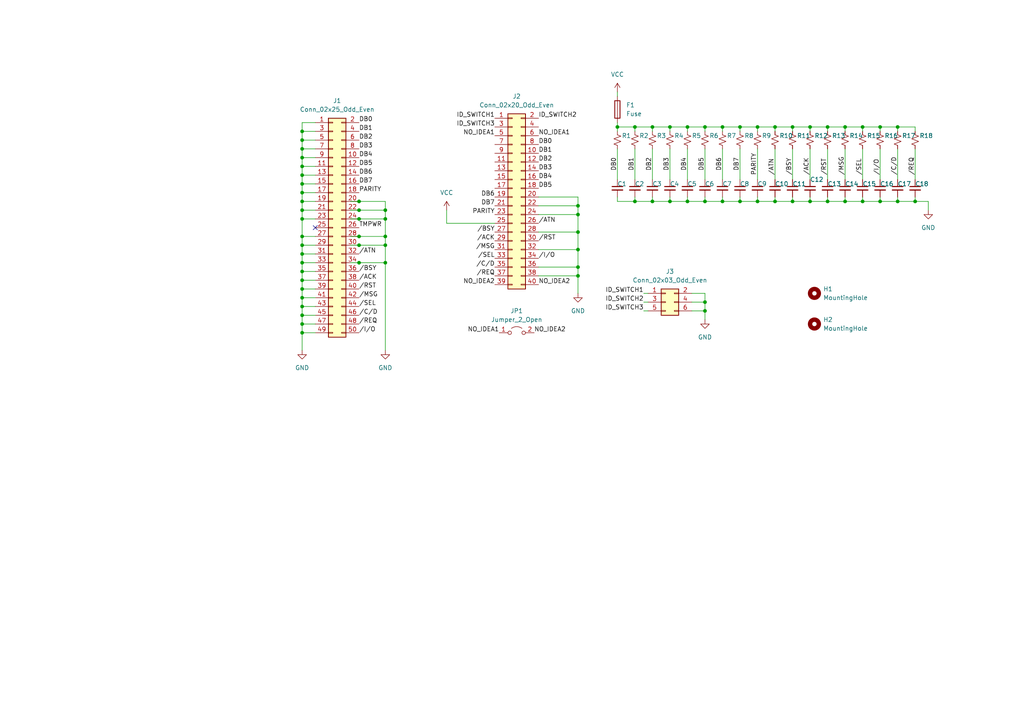
<source format=kicad_sch>
(kicad_sch (version 20231120) (generator "eeschema") (generator_version "8.0")
  (paper "A4")
  (lib_symbols
    (symbol "Connector_Generic:Conn_02x03_Odd_Even" (pin_names (offset 1.016) hide)
      (property "Reference" "J" (at 1.27 5.08 0))
      (property "Value" "Conn_02x03_Odd_Even" (at 1.27 -5.08 0))
      (symbol "Conn_02x03_Odd_Even_1_1"
        (rectangle (start -1.27 -2.413) (end 0 -2.667) (stroke (width 0.1524)))
        (rectangle (start -1.27 0.127) (end 0 -0.127) (stroke (width 0.1524)))
        (rectangle (start -1.27 2.667) (end 0 2.413) (stroke (width 0.1524)))
        (rectangle (start -1.27 3.81) (end 3.81 -3.81) (stroke (width 0.254)) (fill (type background)))
        (rectangle (start 3.81 -2.413) (end 2.54 -2.667) (stroke (width 0.1524)))
        (rectangle (start 3.81 0.127) (end 2.54 -0.127) (stroke (width 0.1524)))
        (rectangle (start 3.81 2.667) (end 2.54 2.413) (stroke (width 0.1524)))
        (pin passive line (at -5.08 2.54 0) (length 3.81) (name "Pin_1") (number "1"))
        (pin passive line (at 7.62 2.54 180) (length 3.81) (name "Pin_2") (number "2"))
        (pin passive line (at -5.08 0 0) (length 3.81) (name "Pin_3") (number "3"))
        (pin passive line (at 7.62 0 180) (length 3.81) (name "Pin_4") (number "4"))
        (pin passive line (at -5.08 -2.54 0) (length 3.81) (name "Pin_5") (number "5"))
        (pin passive line (at 7.62 -2.54 180) (length 3.81) (name "Pin_6") (number "6"))
      )
    )
    (symbol "Connector_Generic:Conn_02x20_Odd_Even" (pin_names (offset 1.016) hide)
      (property "Reference" "J" (at 1.27 25.4 0))
      (property "Value" "Conn_02x20_Odd_Even" (at 1.27 -27.94 0))
      (symbol "Conn_02x20_Odd_Even_1_1"
        (rectangle (start -1.27 -25.273) (end 0 -25.527) (stroke (width 0.1524)))
        (rectangle (start -1.27 -22.733) (end 0 -22.987) (stroke (width 0.1524)))
        (rectangle (start -1.27 -20.193) (end 0 -20.447) (stroke (width 0.1524)))
        (rectangle (start -1.27 -17.653) (end 0 -17.907) (stroke (width 0.1524)))
        (rectangle (start -1.27 -15.113) (end 0 -15.367) (stroke (width 0.1524)))
        (rectangle (start -1.27 -12.573) (end 0 -12.827) (stroke (width 0.1524)))
        (rectangle (start -1.27 -10.033) (end 0 -10.287) (stroke (width 0.1524)))
        (rectangle (start -1.27 -7.493) (end 0 -7.747) (stroke (width 0.1524)))
        (rectangle (start -1.27 -4.953) (end 0 -5.207) (stroke (width 0.1524)))
        (rectangle (start -1.27 -2.413) (end 0 -2.667) (stroke (width 0.1524)))
        (rectangle (start -1.27 0.127) (end 0 -0.127) (stroke (width 0.1524)))
        (rectangle (start -1.27 2.667) (end 0 2.413) (stroke (width 0.1524)))
        (rectangle (start -1.27 5.207) (end 0 4.953) (stroke (width 0.1524)))
        (rectangle (start -1.27 7.747) (end 0 7.493) (stroke (width 0.1524)))
        (rectangle (start -1.27 10.287) (end 0 10.033) (stroke (width 0.1524)))
        (rectangle (start -1.27 12.827) (end 0 12.573) (stroke (width 0.1524)))
        (rectangle (start -1.27 15.367) (end 0 15.113) (stroke (width 0.1524)))
        (rectangle (start -1.27 17.907) (end 0 17.653) (stroke (width 0.1524)))
        (rectangle (start -1.27 20.447) (end 0 20.193) (stroke (width 0.1524)))
        (rectangle (start -1.27 22.987) (end 0 22.733) (stroke (width 0.1524)))
        (rectangle (start -1.27 24.13) (end 3.81 -26.67) (stroke (width 0.254)) (fill (type background)))
        (rectangle (start 3.81 -25.273) (end 2.54 -25.527) (stroke (width 0.1524)))
        (rectangle (start 3.81 -22.733) (end 2.54 -22.987) (stroke (width 0.1524)))
        (rectangle (start 3.81 -20.193) (end 2.54 -20.447) (stroke (width 0.1524)))
        (rectangle (start 3.81 -17.653) (end 2.54 -17.907) (stroke (width 0.1524)))
        (rectangle (start 3.81 -15.113) (end 2.54 -15.367) (stroke (width 0.1524)))
        (rectangle (start 3.81 -12.573) (end 2.54 -12.827) (stroke (width 0.1524)))
        (rectangle (start 3.81 -10.033) (end 2.54 -10.287) (stroke (width 0.1524)))
        (rectangle (start 3.81 -7.493) (end 2.54 -7.747) (stroke (width 0.1524)))
        (rectangle (start 3.81 -4.953) (end 2.54 -5.207) (stroke (width 0.1524)))
        (rectangle (start 3.81 -2.413) (end 2.54 -2.667) (stroke (width 0.1524)))
        (rectangle (start 3.81 0.127) (end 2.54 -0.127) (stroke (width 0.1524)))
        (rectangle (start 3.81 2.667) (end 2.54 2.413) (stroke (width 0.1524)))
        (rectangle (start 3.81 5.207) (end 2.54 4.953) (stroke (width 0.1524)))
        (rectangle (start 3.81 7.747) (end 2.54 7.493) (stroke (width 0.1524)))
        (rectangle (start 3.81 10.287) (end 2.54 10.033) (stroke (width 0.1524)))
        (rectangle (start 3.81 12.827) (end 2.54 12.573) (stroke (width 0.1524)))
        (rectangle (start 3.81 15.367) (end 2.54 15.113) (stroke (width 0.1524)))
        (rectangle (start 3.81 17.907) (end 2.54 17.653) (stroke (width 0.1524)))
        (rectangle (start 3.81 20.447) (end 2.54 20.193) (stroke (width 0.1524)))
        (rectangle (start 3.81 22.987) (end 2.54 22.733) (stroke (width 0.1524)))
        (pin passive line (at -5.08 22.86 0) (length 3.81) (name "Pin_1") (number "1"))
        (pin passive line (at 7.62 12.7 180) (length 3.81) (name "Pin_10") (number "10"))
        (pin passive line (at -5.08 10.16 0) (length 3.81) (name "Pin_11") (number "11"))
        (pin passive line (at 7.62 10.16 180) (length 3.81) (name "Pin_12") (number "12"))
        (pin passive line (at -5.08 7.62 0) (length 3.81) (name "Pin_13") (number "13"))
        (pin passive line (at 7.62 7.62 180) (length 3.81) (name "Pin_14") (number "14"))
        (pin passive line (at -5.08 5.08 0) (length 3.81) (name "Pin_15") (number "15"))
        (pin passive line (at 7.62 5.08 180) (length 3.81) (name "Pin_16") (number "16"))
        (pin passive line (at -5.08 2.54 0) (length 3.81) (name "Pin_17") (number "17"))
        (pin passive line (at 7.62 2.54 180) (length 3.81) (name "Pin_18") (number "18"))
        (pin passive line (at -5.08 0 0) (length 3.81) (name "Pin_19") (number "19"))
        (pin passive line (at 7.62 22.86 180) (length 3.81) (name "Pin_2") (number "2"))
        (pin passive line (at 7.62 0 180) (length 3.81) (name "Pin_20") (number "20"))
        (pin passive line (at -5.08 -2.54 0) (length 3.81) (name "Pin_21") (number "21"))
        (pin passive line (at 7.62 -2.54 180) (length 3.81) (name "Pin_22") (number "22"))
        (pin passive line (at -5.08 -5.08 0) (length 3.81) (name "Pin_23") (number "23"))
        (pin passive line (at 7.62 -5.08 180) (length 3.81) (name "Pin_24") (number "24"))
        (pin passive line (at -5.08 -7.62 0) (length 3.81) (name "Pin_25") (number "25"))
        (pin passive line (at 7.62 -7.62 180) (length 3.81) (name "Pin_26") (number "26"))
        (pin passive line (at -5.08 -10.16 0) (length 3.81) (name "Pin_27") (number "27"))
        (pin passive line (at 7.62 -10.16 180) (length 3.81) (name "Pin_28") (number "28"))
        (pin passive line (at -5.08 -12.7 0) (length 3.81) (name "Pin_29") (number "29"))
        (pin passive line (at -5.08 20.32 0) (length 3.81) (name "Pin_3") (number "3"))
        (pin passive line (at 7.62 -12.7 180) (length 3.81) (name "Pin_30") (number "30"))
        (pin passive line (at -5.08 -15.24 0) (length 3.81) (name "Pin_31") (number "31"))
        (pin passive line (at 7.62 -15.24 180) (length 3.81) (name "Pin_32") (number "32"))
        (pin passive line (at -5.08 -17.78 0) (length 3.81) (name "Pin_33") (number "33"))
        (pin passive line (at 7.62 -17.78 180) (length 3.81) (name "Pin_34") (number "34"))
        (pin passive line (at -5.08 -20.32 0) (length 3.81) (name "Pin_35") (number "35"))
        (pin passive line (at 7.62 -20.32 180) (length 3.81) (name "Pin_36") (number "36"))
        (pin passive line (at -5.08 -22.86 0) (length 3.81) (name "Pin_37") (number "37"))
        (pin passive line (at 7.62 -22.86 180) (length 3.81) (name "Pin_38") (number "38"))
        (pin passive line (at -5.08 -25.4 0) (length 3.81) (name "Pin_39") (number "39"))
        (pin passive line (at 7.62 20.32 180) (length 3.81) (name "Pin_4") (number "4"))
        (pin passive line (at 7.62 -25.4 180) (length 3.81) (name "Pin_40") (number "40"))
        (pin passive line (at -5.08 17.78 0) (length 3.81) (name "Pin_5") (number "5"))
        (pin passive line (at 7.62 17.78 180) (length 3.81) (name "Pin_6") (number "6"))
        (pin passive line (at -5.08 15.24 0) (length 3.81) (name "Pin_7") (number "7"))
        (pin passive line (at 7.62 15.24 180) (length 3.81) (name "Pin_8") (number "8"))
        (pin passive line (at -5.08 12.7 0) (length 3.81) (name "Pin_9") (number "9"))
      )
    )
    (symbol "Connector_Generic:Conn_02x25_Odd_Even" (pin_names (offset 1.016) hide)
      (property "Reference" "J" (at 1.27 33.02 0))
      (property "Value" "Conn_02x25_Odd_Even" (at 1.27 -33.02 0))
      (symbol "Conn_02x25_Odd_Even_1_1"
        (rectangle (start -1.27 -30.353) (end 0 -30.607) (stroke (width 0.1524)))
        (rectangle (start -1.27 -27.813) (end 0 -28.067) (stroke (width 0.1524)))
        (rectangle (start -1.27 -25.273) (end 0 -25.527) (stroke (width 0.1524)))
        (rectangle (start -1.27 -22.733) (end 0 -22.987) (stroke (width 0.1524)))
        (rectangle (start -1.27 -20.193) (end 0 -20.447) (stroke (width 0.1524)))
        (rectangle (start -1.27 -17.653) (end 0 -17.907) (stroke (width 0.1524)))
        (rectangle (start -1.27 -15.113) (end 0 -15.367) (stroke (width 0.1524)))
        (rectangle (start -1.27 -12.573) (end 0 -12.827) (stroke (width 0.1524)))
        (rectangle (start -1.27 -10.033) (end 0 -10.287) (stroke (width 0.1524)))
        (rectangle (start -1.27 -7.493) (end 0 -7.747) (stroke (width 0.1524)))
        (rectangle (start -1.27 -4.953) (end 0 -5.207) (stroke (width 0.1524)))
        (rectangle (start -1.27 -2.413) (end 0 -2.667) (stroke (width 0.1524)))
        (rectangle (start -1.27 0.127) (end 0 -0.127) (stroke (width 0.1524)))
        (rectangle (start -1.27 2.667) (end 0 2.413) (stroke (width 0.1524)))
        (rectangle (start -1.27 5.207) (end 0 4.953) (stroke (width 0.1524)))
        (rectangle (start -1.27 7.747) (end 0 7.493) (stroke (width 0.1524)))
        (rectangle (start -1.27 10.287) (end 0 10.033) (stroke (width 0.1524)))
        (rectangle (start -1.27 12.827) (end 0 12.573) (stroke (width 0.1524)))
        (rectangle (start -1.27 15.367) (end 0 15.113) (stroke (width 0.1524)))
        (rectangle (start -1.27 17.907) (end 0 17.653) (stroke (width 0.1524)))
        (rectangle (start -1.27 20.447) (end 0 20.193) (stroke (width 0.1524)))
        (rectangle (start -1.27 22.987) (end 0 22.733) (stroke (width 0.1524)))
        (rectangle (start -1.27 25.527) (end 0 25.273) (stroke (width 0.1524)))
        (rectangle (start -1.27 28.067) (end 0 27.813) (stroke (width 0.1524)))
        (rectangle (start -1.27 30.607) (end 0 30.353) (stroke (width 0.1524)))
        (rectangle (start -1.27 31.75) (end 3.81 -31.75) (stroke (width 0.254)) (fill (type background)))
        (rectangle (start 3.81 -30.353) (end 2.54 -30.607) (stroke (width 0.1524)))
        (rectangle (start 3.81 -27.813) (end 2.54 -28.067) (stroke (width 0.1524)))
        (rectangle (start 3.81 -25.273) (end 2.54 -25.527) (stroke (width 0.1524)))
        (rectangle (start 3.81 -22.733) (end 2.54 -22.987) (stroke (width 0.1524)))
        (rectangle (start 3.81 -20.193) (end 2.54 -20.447) (stroke (width 0.1524)))
        (rectangle (start 3.81 -17.653) (end 2.54 -17.907) (stroke (width 0.1524)))
        (rectangle (start 3.81 -15.113) (end 2.54 -15.367) (stroke (width 0.1524)))
        (rectangle (start 3.81 -12.573) (end 2.54 -12.827) (stroke (width 0.1524)))
        (rectangle (start 3.81 -10.033) (end 2.54 -10.287) (stroke (width 0.1524)))
        (rectangle (start 3.81 -7.493) (end 2.54 -7.747) (stroke (width 0.1524)))
        (rectangle (start 3.81 -4.953) (end 2.54 -5.207) (stroke (width 0.1524)))
        (rectangle (start 3.81 -2.413) (end 2.54 -2.667) (stroke (width 0.1524)))
        (rectangle (start 3.81 0.127) (end 2.54 -0.127) (stroke (width 0.1524)))
        (rectangle (start 3.81 2.667) (end 2.54 2.413) (stroke (width 0.1524)))
        (rectangle (start 3.81 5.207) (end 2.54 4.953) (stroke (width 0.1524)))
        (rectangle (start 3.81 7.747) (end 2.54 7.493) (stroke (width 0.1524)))
        (rectangle (start 3.81 10.287) (end 2.54 10.033) (stroke (width 0.1524)))
        (rectangle (start 3.81 12.827) (end 2.54 12.573) (stroke (width 0.1524)))
        (rectangle (start 3.81 15.367) (end 2.54 15.113) (stroke (width 0.1524)))
        (rectangle (start 3.81 17.907) (end 2.54 17.653) (stroke (width 0.1524)))
        (rectangle (start 3.81 20.447) (end 2.54 20.193) (stroke (width 0.1524)))
        (rectangle (start 3.81 22.987) (end 2.54 22.733) (stroke (width 0.1524)))
        (rectangle (start 3.81 25.527) (end 2.54 25.273) (stroke (width 0.1524)))
        (rectangle (start 3.81 28.067) (end 2.54 27.813) (stroke (width 0.1524)))
        (rectangle (start 3.81 30.607) (end 2.54 30.353) (stroke (width 0.1524)))
        (pin passive line (at -5.08 30.48 0) (length 3.81) (name "Pin_1") (number "1"))
        (pin passive line (at 7.62 20.32 180) (length 3.81) (name "Pin_10") (number "10"))
        (pin passive line (at -5.08 17.78 0) (length 3.81) (name "Pin_11") (number "11"))
        (pin passive line (at 7.62 17.78 180) (length 3.81) (name "Pin_12") (number "12"))
        (pin passive line (at -5.08 15.24 0) (length 3.81) (name "Pin_13") (number "13"))
        (pin passive line (at 7.62 15.24 180) (length 3.81) (name "Pin_14") (number "14"))
        (pin passive line (at -5.08 12.7 0) (length 3.81) (name "Pin_15") (number "15"))
        (pin passive line (at 7.62 12.7 180) (length 3.81) (name "Pin_16") (number "16"))
        (pin passive line (at -5.08 10.16 0) (length 3.81) (name "Pin_17") (number "17"))
        (pin passive line (at 7.62 10.16 180) (length 3.81) (name "Pin_18") (number "18"))
        (pin passive line (at -5.08 7.62 0) (length 3.81) (name "Pin_19") (number "19"))
        (pin passive line (at 7.62 30.48 180) (length 3.81) (name "Pin_2") (number "2"))
        (pin passive line (at 7.62 7.62 180) (length 3.81) (name "Pin_20") (number "20"))
        (pin passive line (at -5.08 5.08 0) (length 3.81) (name "Pin_21") (number "21"))
        (pin passive line (at 7.62 5.08 180) (length 3.81) (name "Pin_22") (number "22"))
        (pin passive line (at -5.08 2.54 0) (length 3.81) (name "Pin_23") (number "23"))
        (pin passive line (at 7.62 2.54 180) (length 3.81) (name "Pin_24") (number "24"))
        (pin passive line (at -5.08 0 0) (length 3.81) (name "Pin_25") (number "25"))
        (pin passive line (at 7.62 0 180) (length 3.81) (name "Pin_26") (number "26"))
        (pin passive line (at -5.08 -2.54 0) (length 3.81) (name "Pin_27") (number "27"))
        (pin passive line (at 7.62 -2.54 180) (length 3.81) (name "Pin_28") (number "28"))
        (pin passive line (at -5.08 -5.08 0) (length 3.81) (name "Pin_29") (number "29"))
        (pin passive line (at -5.08 27.94 0) (length 3.81) (name "Pin_3") (number "3"))
        (pin passive line (at 7.62 -5.08 180) (length 3.81) (name "Pin_30") (number "30"))
        (pin passive line (at -5.08 -7.62 0) (length 3.81) (name "Pin_31") (number "31"))
        (pin passive line (at 7.62 -7.62 180) (length 3.81) (name "Pin_32") (number "32"))
        (pin passive line (at -5.08 -10.16 0) (length 3.81) (name "Pin_33") (number "33"))
        (pin passive line (at 7.62 -10.16 180) (length 3.81) (name "Pin_34") (number "34"))
        (pin passive line (at -5.08 -12.7 0) (length 3.81) (name "Pin_35") (number "35"))
        (pin passive line (at 7.62 -12.7 180) (length 3.81) (name "Pin_36") (number "36"))
        (pin passive line (at -5.08 -15.24 0) (length 3.81) (name "Pin_37") (number "37"))
        (pin passive line (at 7.62 -15.24 180) (length 3.81) (name "Pin_38") (number "38"))
        (pin passive line (at -5.08 -17.78 0) (length 3.81) (name "Pin_39") (number "39"))
        (pin passive line (at 7.62 27.94 180) (length 3.81) (name "Pin_4") (number "4"))
        (pin passive line (at 7.62 -17.78 180) (length 3.81) (name "Pin_40") (number "40"))
        (pin passive line (at -5.08 -20.32 0) (length 3.81) (name "Pin_41") (number "41"))
        (pin passive line (at 7.62 -20.32 180) (length 3.81) (name "Pin_42") (number "42"))
        (pin passive line (at -5.08 -22.86 0) (length 3.81) (name "Pin_43") (number "43"))
        (pin passive line (at 7.62 -22.86 180) (length 3.81) (name "Pin_44") (number "44"))
        (pin passive line (at -5.08 -25.4 0) (length 3.81) (name "Pin_45") (number "45"))
        (pin passive line (at 7.62 -25.4 180) (length 3.81) (name "Pin_46") (number "46"))
        (pin passive line (at -5.08 -27.94 0) (length 3.81) (name "Pin_47") (number "47"))
        (pin passive line (at 7.62 -27.94 180) (length 3.81) (name "Pin_48") (number "48"))
        (pin passive line (at -5.08 -30.48 0) (length 3.81) (name "Pin_49") (number "49"))
        (pin passive line (at -5.08 25.4 0) (length 3.81) (name "Pin_5") (number "5"))
        (pin passive line (at 7.62 -30.48 180) (length 3.81) (name "Pin_50") (number "50"))
        (pin passive line (at 7.62 25.4 180) (length 3.81) (name "Pin_6") (number "6"))
        (pin passive line (at -5.08 22.86 0) (length 3.81) (name "Pin_7") (number "7"))
        (pin passive line (at 7.62 22.86 180) (length 3.81) (name "Pin_8") (number "8"))
        (pin passive line (at -5.08 20.32 0) (length 3.81) (name "Pin_9") (number "9"))
      )
    )
    (symbol "Device:C_Small" (pin_numbers hide) (pin_names (offset 0.254) hide)
      (property "Reference" "C" (at 0.254 1.778 0))
      (property "Value" "C_Small" (at 0.254 -2.032 0))
      (symbol "C_Small_0_1"
        (polyline (pts (xy -1.524 -0.508) (xy 1.524 -0.508)) (stroke (width 0.3302)))
        (polyline (pts (xy -1.524 0.508) (xy 1.524 0.508)) (stroke (width 0.3048)))
      )
      (symbol "C_Small_1_1"
        (pin passive line (at 0 2.54 270) (length 2.032) (name "~") (number "1"))
        (pin passive line (at 0 -2.54 90) (length 2.032) (name "~") (number "2"))
      )
    )
    (symbol "Device:Fuse" (pin_numbers hide) (pin_names (offset 0))
      (property "Reference" "F" (at 2.032 0 90))
      (property "Value" "Fuse" (at -1.905 0 90))
      (symbol "Fuse_0_1"
        (rectangle (start -0.762 -2.54) (end 0.762 2.54) (stroke (width 0.254)))
        (polyline (pts (xy 0 2.54) (xy 0 -2.54)))
      )
      (symbol "Fuse_1_1"
        (pin passive line (at 0 3.81 270) (length 1.27) (name "~") (number "1"))
        (pin passive line (at 0 -3.81 90) (length 1.27) (name "~") (number "2"))
      )
    )
    (symbol "Device:R_Small_US" (pin_numbers hide) (pin_names (offset 0.254) hide)
      (property "Reference" "R" (at 0.762 0.508 0))
      (property "Value" "R_Small_US" (at 0.762 -1.016 0))
      (symbol "R_Small_US_1_1"
        (polyline (pts (xy 0 0) (xy 1.016 -0.381) (xy 0 -0.762) (xy -1.016 -1.143) (xy 0 -1.524)))
        (polyline (pts (xy 0 1.524) (xy 1.016 1.143) (xy 0 0.762) (xy -1.016 0.381) (xy 0 0)))
        (pin passive line (at 0 2.54 270) (length 1.016) (name "~") (number "1"))
        (pin passive line (at 0 -2.54 90) (length 1.016) (name "~") (number "2"))
      )
    )
    (symbol "Jumper:Jumper_2_Open" (pin_names (offset 0) hide)
      (property "Reference" "JP" (at 0 2.794 0))
      (property "Value" "Jumper_2_Open" (at 0 -2.286 0))
      (symbol "Jumper_2_Open_0_0"
        (circle (center -2.032 0) (radius 0.508))
        (circle (center 2.032 0) (radius 0.508))
      )
      (symbol "Jumper_2_Open_0_1"
        (arc (start 1.524 1.27) (mid 0 1.778) (end -1.524 1.27))
      )
      (symbol "Jumper_2_Open_1_1"
        (pin passive line (at -5.08 0 0) (length 2.54) (name "A") (number "1"))
        (pin passive line (at 5.08 0 180) (length 2.54) (name "B") (number "2"))
      )
    )
    (symbol "Mechanical:MountingHole" (pin_names (offset 1.016)) (exclude_from_sim yes) (in_bom no)
      (property "Reference" "H" (at 0 5.08 0))
      (property "Value" "MountingHole" (at 0 3.175 0))
      (symbol "MountingHole_0_1"
        (circle (center 0 0) (radius 1.27) (stroke (width 1.27)))
      )
    )
    (symbol "power:GND" (power) (pin_names (offset 0))
      (property "Value" "GND" (at 0 -3.81 0))
      (symbol "GND_0_1"
        (polyline (pts (xy 0 0) (xy 0 -1.27) (xy 1.27 -1.27) (xy 0 -2.54) (xy -1.27 -1.27) (xy 0 -1.27)))
      )
      (symbol "GND_1_1"
        (pin power_in line (at 0 0 270) (length 0) hide (name "GND") (number "1"))
      )
    )
    (symbol "power:VCC" (power) (pin_names (offset 0))
      (property "Value" "VCC" (at 0 3.81 0))
      (symbol "VCC_0_1"
        (polyline (pts (xy -0.762 1.27) (xy 0 2.54)))
        (polyline (pts (xy 0 0) (xy 0 2.54)))
        (polyline (pts (xy 0 2.54) (xy 0.762 1.27)))
      )
      (symbol "VCC_1_1"
        (pin power_in line (at 0 0 90) (length 0) hide (name "VCC") (number "1"))
      )
    )
  )
  (junction (at 87.63 40.64))
  (junction (at 167.64 59.69))
  (junction (at 255.27 58.42))
  (junction (at 87.63 55.88))
  (junction (at 87.63 78.74))
  (junction (at 111.76 68.58))
  (junction (at 104.14 63.5))
  (junction (at 104.14 71.12))
  (junction (at 111.76 63.5))
  (junction (at 111.76 60.96))
  (junction (at 245.11 36.83))
  (junction (at 255.27 36.83))
  (junction (at 184.15 58.42))
  (junction (at 224.79 36.83))
  (junction (at 167.64 62.23))
  (junction (at 87.63 68.58))
  (junction (at 87.63 83.82))
  (junction (at 87.63 81.28))
  (junction (at 87.63 43.18))
  (junction (at 87.63 53.34))
  (junction (at 189.23 58.42))
  (junction (at 189.23 36.83))
  (junction (at 104.14 76.2))
  (junction (at 87.63 48.26))
  (junction (at 260.35 36.83))
  (junction (at 87.63 60.96))
  (junction (at 199.39 36.83))
  (junction (at 87.63 76.2))
  (junction (at 250.19 36.83))
  (junction (at 104.14 68.58))
  (junction (at 87.63 96.52))
  (junction (at 87.63 91.44))
  (junction (at 229.87 58.42))
  (junction (at 265.43 58.42))
  (junction (at 111.76 76.2))
  (junction (at 87.63 45.72))
  (junction (at 219.71 36.83))
  (junction (at 167.64 77.47))
  (junction (at 87.63 50.8))
  (junction (at 87.63 88.9))
  (junction (at 111.76 71.12))
  (junction (at 167.64 80.01))
  (junction (at 219.71 58.42))
  (junction (at 234.95 58.42))
  (junction (at 240.03 36.83))
  (junction (at 194.31 58.42))
  (junction (at 224.79 58.42))
  (junction (at 204.47 90.17))
  (junction (at 250.19 58.42))
  (junction (at 87.63 63.5))
  (junction (at 214.63 36.83))
  (junction (at 87.63 86.36))
  (junction (at 167.64 72.39))
  (junction (at 167.64 67.31))
  (junction (at 204.47 87.63))
  (junction (at 234.95 36.83))
  (junction (at 240.03 58.42))
  (junction (at 214.63 58.42))
  (junction (at 179.07 36.83))
  (junction (at 87.63 73.66))
  (junction (at 199.39 58.42))
  (junction (at 194.31 36.83))
  (junction (at 209.55 58.42))
  (junction (at 104.14 58.42))
  (junction (at 87.63 71.12))
  (junction (at 204.47 58.42))
  (junction (at 229.87 36.83))
  (junction (at 104.14 60.96))
  (junction (at 209.55 36.83))
  (junction (at 87.63 93.98))
  (junction (at 184.15 36.83))
  (junction (at 204.47 36.83))
  (junction (at 260.35 58.42))
  (junction (at 87.63 38.1))
  (junction (at 87.63 58.42))
  (junction (at 245.11 58.42))
  (no_connect (at 91.44 66.04))
  (wire (pts (xy 214.63 43.18) (xy 214.63 52.07)))
  (wire (pts (xy 255.27 43.18) (xy 255.27 52.07)))
  (wire (pts (xy 87.63 96.52) (xy 91.44 96.52)))
  (wire (pts (xy 234.95 43.18) (xy 234.95 52.07)))
  (wire (pts (xy 87.63 55.88) (xy 87.63 58.42)))
  (wire (pts (xy 87.63 45.72) (xy 87.63 48.26)))
  (wire (pts (xy 87.63 83.82) (xy 87.63 86.36)))
  (wire (pts (xy 167.64 67.31) (xy 167.64 72.39)))
  (wire (pts (xy 87.63 96.52) (xy 87.63 101.6)))
  (wire (pts (xy 184.15 58.42) (xy 189.23 58.42)))
  (wire (pts (xy 87.63 88.9) (xy 87.63 91.44)))
  (wire (pts (xy 189.23 57.15) (xy 189.23 58.42)))
  (wire (pts (xy 224.79 58.42) (xy 229.87 58.42)))
  (wire (pts (xy 87.63 50.8) (xy 87.63 53.34)))
  (wire (pts (xy 265.43 58.42) (xy 269.24 58.42)))
  (wire (pts (xy 179.07 57.15) (xy 179.07 58.42)))
  (wire (pts (xy 101.6 68.58) (xy 104.14 68.58)))
  (wire (pts (xy 167.64 57.15) (xy 167.64 59.69)))
  (wire (pts (xy 229.87 43.18) (xy 229.87 52.07)))
  (wire (pts (xy 91.44 50.8) (xy 87.63 50.8)))
  (wire (pts (xy 194.31 57.15) (xy 194.31 58.42)))
  (wire (pts (xy 87.63 91.44) (xy 91.44 91.44)))
  (wire (pts (xy 111.76 71.12) (xy 111.76 76.2)))
  (wire (pts (xy 194.31 36.83) (xy 199.39 36.83)))
  (wire (pts (xy 87.63 78.74) (xy 87.63 81.28)))
  (wire (pts (xy 200.66 87.63) (xy 204.47 87.63)))
  (wire (pts (xy 87.63 35.56) (xy 87.63 38.1)))
  (wire (pts (xy 87.63 58.42) (xy 87.63 60.96)))
  (wire (pts (xy 87.63 73.66) (xy 87.63 76.2)))
  (wire (pts (xy 199.39 38.1) (xy 199.39 36.83)))
  (wire (pts (xy 87.63 81.28) (xy 91.44 81.28)))
  (wire (pts (xy 184.15 36.83) (xy 189.23 36.83)))
  (wire (pts (xy 104.14 71.12) (xy 111.76 71.12)))
  (wire (pts (xy 219.71 43.18) (xy 219.71 52.07)))
  (wire (pts (xy 240.03 57.15) (xy 240.03 58.42)))
  (wire (pts (xy 91.44 43.18) (xy 87.63 43.18)))
  (wire (pts (xy 91.44 60.96) (xy 87.63 60.96)))
  (wire (pts (xy 189.23 36.83) (xy 194.31 36.83)))
  (wire (pts (xy 87.63 93.98) (xy 87.63 96.52)))
  (wire (pts (xy 104.14 63.5) (xy 111.76 63.5)))
  (wire (pts (xy 214.63 57.15) (xy 214.63 58.42)))
  (wire (pts (xy 87.63 86.36) (xy 91.44 86.36)))
  (wire (pts (xy 260.35 57.15) (xy 260.35 58.42)))
  (wire (pts (xy 167.64 72.39) (xy 167.64 77.47)))
  (wire (pts (xy 219.71 38.1) (xy 219.71 36.83)))
  (wire (pts (xy 189.23 58.42) (xy 194.31 58.42)))
  (wire (pts (xy 104.14 76.2) (xy 111.76 76.2)))
  (wire (pts (xy 265.43 57.15) (xy 265.43 58.42)))
  (wire (pts (xy 179.07 35.56) (xy 179.07 36.83)))
  (wire (pts (xy 260.35 43.18) (xy 260.35 52.07)))
  (wire (pts (xy 204.47 85.09) (xy 200.66 85.09)))
  (wire (pts (xy 87.63 63.5) (xy 87.63 68.58)))
  (wire (pts (xy 156.21 72.39) (xy 167.64 72.39)))
  (wire (pts (xy 250.19 43.18) (xy 250.19 52.07)))
  (wire (pts (xy 250.19 36.83) (xy 255.27 36.83)))
  (wire (pts (xy 234.95 36.83) (xy 240.03 36.83)))
  (wire (pts (xy 87.63 81.28) (xy 87.63 83.82)))
  (wire (pts (xy 224.79 38.1) (xy 224.79 36.83)))
  (wire (pts (xy 255.27 58.42) (xy 260.35 58.42)))
  (wire (pts (xy 179.07 36.83) (xy 184.15 36.83)))
  (wire (pts (xy 224.79 36.83) (xy 229.87 36.83)))
  (wire (pts (xy 143.51 64.77) (xy 129.54 64.77)))
  (wire (pts (xy 204.47 43.18) (xy 204.47 52.07)))
  (wire (pts (xy 167.64 59.69) (xy 167.64 62.23)))
  (wire (pts (xy 179.07 38.1) (xy 179.07 36.83)))
  (wire (pts (xy 187.96 87.63) (xy 186.69 87.63)))
  (wire (pts (xy 167.64 85.09) (xy 167.64 80.01)))
  (wire (pts (xy 260.35 58.42) (xy 265.43 58.42)))
  (wire (pts (xy 209.55 36.83) (xy 214.63 36.83)))
  (wire (pts (xy 255.27 57.15) (xy 255.27 58.42)))
  (wire (pts (xy 204.47 36.83) (xy 209.55 36.83)))
  (wire (pts (xy 214.63 38.1) (xy 214.63 36.83)))
  (wire (pts (xy 87.63 48.26) (xy 87.63 50.8)))
  (wire (pts (xy 265.43 43.18) (xy 265.43 52.07)))
  (wire (pts (xy 87.63 83.82) (xy 91.44 83.82)))
  (wire (pts (xy 199.39 43.18) (xy 199.39 52.07)))
  (wire (pts (xy 101.6 76.2) (xy 104.14 76.2)))
  (wire (pts (xy 91.44 63.5) (xy 87.63 63.5)))
  (wire (pts (xy 167.64 80.01) (xy 167.64 77.47)))
  (wire (pts (xy 199.39 36.83) (xy 204.47 36.83)))
  (wire (pts (xy 156.21 62.23) (xy 167.64 62.23)))
  (wire (pts (xy 91.44 45.72) (xy 87.63 45.72)))
  (wire (pts (xy 204.47 90.17) (xy 204.47 87.63)))
  (wire (pts (xy 101.6 58.42) (xy 104.14 58.42)))
  (wire (pts (xy 179.07 26.67) (xy 179.07 27.94)))
  (wire (pts (xy 87.63 68.58) (xy 87.63 71.12)))
  (wire (pts (xy 189.23 43.18) (xy 189.23 52.07)))
  (wire (pts (xy 209.55 58.42) (xy 214.63 58.42)))
  (wire (pts (xy 111.76 68.58) (xy 111.76 71.12)))
  (wire (pts (xy 194.31 58.42) (xy 199.39 58.42)))
  (wire (pts (xy 184.15 57.15) (xy 184.15 58.42)))
  (wire (pts (xy 91.44 58.42) (xy 87.63 58.42)))
  (wire (pts (xy 91.44 48.26) (xy 87.63 48.26)))
  (wire (pts (xy 111.76 76.2) (xy 111.76 101.6)))
  (wire (pts (xy 87.63 73.66) (xy 91.44 73.66)))
  (wire (pts (xy 129.54 64.77) (xy 129.54 60.96)))
  (wire (pts (xy 229.87 38.1) (xy 229.87 36.83)))
  (wire (pts (xy 179.07 43.18) (xy 179.07 52.07)))
  (wire (pts (xy 255.27 36.83) (xy 260.35 36.83)))
  (wire (pts (xy 101.6 63.5) (xy 104.14 63.5)))
  (wire (pts (xy 240.03 43.18) (xy 240.03 52.07)))
  (wire (pts (xy 87.63 78.74) (xy 91.44 78.74)))
  (wire (pts (xy 156.21 59.69) (xy 167.64 59.69)))
  (wire (pts (xy 184.15 43.18) (xy 184.15 52.07)))
  (wire (pts (xy 91.44 40.64) (xy 87.63 40.64)))
  (wire (pts (xy 199.39 58.42) (xy 204.47 58.42)))
  (wire (pts (xy 87.63 91.44) (xy 87.63 93.98)))
  (wire (pts (xy 219.71 57.15) (xy 219.71 58.42)))
  (wire (pts (xy 229.87 36.83) (xy 234.95 36.83)))
  (wire (pts (xy 199.39 57.15) (xy 199.39 58.42)))
  (wire (pts (xy 224.79 43.18) (xy 224.79 52.07)))
  (wire (pts (xy 219.71 36.83) (xy 224.79 36.83)))
  (wire (pts (xy 209.55 43.18) (xy 209.55 52.07)))
  (wire (pts (xy 260.35 36.83) (xy 265.43 36.83)))
  (wire (pts (xy 194.31 43.18) (xy 194.31 52.07)))
  (wire (pts (xy 245.11 43.18) (xy 245.11 52.07)))
  (wire (pts (xy 204.47 92.71) (xy 204.47 90.17)))
  (wire (pts (xy 250.19 38.1) (xy 250.19 36.83)))
  (wire (pts (xy 265.43 38.1) (xy 265.43 36.83)))
  (wire (pts (xy 224.79 57.15) (xy 224.79 58.42)))
  (wire (pts (xy 87.63 38.1) (xy 87.63 40.64)))
  (wire (pts (xy 250.19 57.15) (xy 250.19 58.42)))
  (wire (pts (xy 250.19 58.42) (xy 255.27 58.42)))
  (wire (pts (xy 189.23 38.1) (xy 189.23 36.83)))
  (wire (pts (xy 87.63 60.96) (xy 87.63 63.5)))
  (wire (pts (xy 245.11 38.1) (xy 245.11 36.83)))
  (wire (pts (xy 204.47 87.63) (xy 204.47 85.09)))
  (wire (pts (xy 240.03 38.1) (xy 240.03 36.83)))
  (wire (pts (xy 87.63 53.34) (xy 87.63 55.88)))
  (wire (pts (xy 87.63 71.12) (xy 91.44 71.12)))
  (wire (pts (xy 209.55 57.15) (xy 209.55 58.42)))
  (wire (pts (xy 87.63 76.2) (xy 87.63 78.74)))
  (wire (pts (xy 269.24 58.42) (xy 269.24 60.96)))
  (wire (pts (xy 167.64 62.23) (xy 167.64 67.31)))
  (wire (pts (xy 219.71 58.42) (xy 224.79 58.42)))
  (wire (pts (xy 104.14 58.42) (xy 111.76 58.42)))
  (wire (pts (xy 245.11 58.42) (xy 250.19 58.42)))
  (wire (pts (xy 111.76 58.42) (xy 111.76 60.96)))
  (wire (pts (xy 234.95 58.42) (xy 240.03 58.42)))
  (wire (pts (xy 87.63 76.2) (xy 91.44 76.2)))
  (wire (pts (xy 234.95 38.1) (xy 234.95 36.83)))
  (wire (pts (xy 240.03 36.83) (xy 245.11 36.83)))
  (wire (pts (xy 245.11 57.15) (xy 245.11 58.42)))
  (wire (pts (xy 240.03 58.42) (xy 245.11 58.42)))
  (wire (pts (xy 204.47 58.42) (xy 209.55 58.42)))
  (wire (pts (xy 91.44 35.56) (xy 87.63 35.56)))
  (wire (pts (xy 91.44 68.58) (xy 87.63 68.58)))
  (wire (pts (xy 184.15 38.1) (xy 184.15 36.83)))
  (wire (pts (xy 200.66 90.17) (xy 204.47 90.17)))
  (wire (pts (xy 187.96 85.09) (xy 186.69 85.09)))
  (wire (pts (xy 179.07 58.42) (xy 184.15 58.42)))
  (wire (pts (xy 91.44 38.1) (xy 87.63 38.1)))
  (wire (pts (xy 87.63 88.9) (xy 91.44 88.9)))
  (wire (pts (xy 255.27 38.1) (xy 255.27 36.83)))
  (wire (pts (xy 104.14 68.58) (xy 111.76 68.58)))
  (wire (pts (xy 187.96 90.17) (xy 186.69 90.17)))
  (wire (pts (xy 260.35 38.1) (xy 260.35 36.83)))
  (wire (pts (xy 87.63 71.12) (xy 87.63 73.66)))
  (wire (pts (xy 101.6 71.12) (xy 104.14 71.12)))
  (wire (pts (xy 91.44 55.88) (xy 87.63 55.88)))
  (wire (pts (xy 156.21 67.31) (xy 167.64 67.31)))
  (wire (pts (xy 194.31 38.1) (xy 194.31 36.83)))
  (wire (pts (xy 111.76 63.5) (xy 111.76 68.58)))
  (wire (pts (xy 204.47 57.15) (xy 204.47 58.42)))
  (wire (pts (xy 167.64 77.47) (xy 156.21 77.47)))
  (wire (pts (xy 234.95 57.15) (xy 234.95 58.42)))
  (wire (pts (xy 156.21 80.01) (xy 167.64 80.01)))
  (wire (pts (xy 229.87 57.15) (xy 229.87 58.42)))
  (wire (pts (xy 245.11 36.83) (xy 250.19 36.83)))
  (wire (pts (xy 87.63 93.98) (xy 91.44 93.98)))
  (wire (pts (xy 214.63 58.42) (xy 219.71 58.42)))
  (wire (pts (xy 229.87 58.42) (xy 234.95 58.42)))
  (wire (pts (xy 156.21 57.15) (xy 167.64 57.15)))
  (wire (pts (xy 91.44 53.34) (xy 87.63 53.34)))
  (wire (pts (xy 214.63 36.83) (xy 219.71 36.83)))
  (wire (pts (xy 104.14 60.96) (xy 111.76 60.96)))
  (wire (pts (xy 87.63 43.18) (xy 87.63 45.72)))
  (wire (pts (xy 87.63 40.64) (xy 87.63 43.18)))
  (wire (pts (xy 204.47 38.1) (xy 204.47 36.83)))
  (wire (pts (xy 87.63 86.36) (xy 87.63 88.9)))
  (wire (pts (xy 101.6 60.96) (xy 104.14 60.96)))
  (wire (pts (xy 209.55 38.1) (xy 209.55 36.83)))
  (wire (pts (xy 111.76 60.96) (xy 111.76 63.5)))
  (label "{slash}SEL" (at 250.19 50.8 90))
  (label "{slash}MSG" (at 245.11 50.8 90))
  (label "{slash}REQ" (at 143.51 80.01 180))
  (label "DB1" (at 104.14 38.1 0))
  (label "{slash}ATN" (at 156.21 64.77 0))
  (label "DB7" (at 214.63 49.53 90))
  (label "DB5" (at 156.21 54.61 0))
  (label "NO_IDEA1" (at 143.51 39.37 180))
  (label "{slash}C{slash}D" (at 143.51 77.47 180))
  (label "NO_IDEA1" (at 156.21 39.37 0))
  (label "DB4" (at 156.21 52.07 0))
  (label "ID_SWITCH3" (at 186.69 90.17 180))
  (label "{slash}MSG" (at 143.51 72.39 180))
  (label "{slash}ACK" (at 143.51 69.85 180))
  (label "DB5" (at 104.14 48.26 0))
  (label "{slash}SEL" (at 143.51 74.93 180))
  (label "DB6" (at 104.14 50.8 0))
  (label "{slash}BSY" (at 229.87 50.8 90))
  (label "{slash}I{slash}O" (at 156.21 74.93 0))
  (label "DB6" (at 209.55 49.53 90))
  (label "DB7" (at 104.14 53.34 0))
  (label "ID_SWITCH2" (at 156.21 34.29 0))
  (label "{slash}RST" (at 156.21 69.85 0))
  (label "{slash}ACK" (at 234.95 50.8 90))
  (label "{slash}I{slash}O" (at 104.14 96.52 0))
  (label "NO_IDEA2" (at 154.94 96.52 0))
  (label "ID_SWITCH2" (at 186.69 87.63 180))
  (label "{slash}I{slash}O" (at 255.27 50.8 90))
  (label "NO_IDEA1" (at 144.78 96.52 180))
  (label "DB4" (at 199.39 49.53 90))
  (label "DB2" (at 189.23 49.53 90))
  (label "DB1" (at 156.21 44.45 0))
  (label "DB1" (at 184.15 49.53 90))
  (label "{slash}RST" (at 104.14 83.82 0))
  (label "NO_IDEA2" (at 143.51 82.55 180))
  (label "DB2" (at 156.21 46.99 0))
  (label "ID_SWITCH1" (at 186.69 85.09 180))
  (label "PARITY" (at 219.71 50.8 90))
  (label "DB0" (at 104.14 35.56 0))
  (label "DB0" (at 156.21 41.91 0))
  (label "DB5" (at 204.47 49.53 90))
  (label "{slash}ATN" (at 104.14 73.66 0))
  (label "{slash}MSG" (at 104.14 86.36 0))
  (label "{slash}SEL" (at 104.14 88.9 0))
  (label "PARITY" (at 143.51 62.23 180))
  (label "DB6" (at 143.51 57.15 180))
  (label "{slash}BSY" (at 104.14 78.74 0))
  (label "{slash}BSY" (at 143.51 67.31 180))
  (label "ID_SWITCH3" (at 143.51 36.83 180))
  (label "TMPWR" (at 104.14 66.04 0))
  (label "PARITY" (at 104.14 55.88 0))
  (label "DB3" (at 156.21 49.53 0))
  (label "DB2" (at 104.14 40.64 0))
  (label "NO_IDEA2" (at 156.21 82.55 0))
  (label "ID_SWITCH1" (at 143.51 34.29 180))
  (label "{slash}ATN" (at 224.79 50.8 90))
  (label "{slash}C{slash}D" (at 104.14 91.44 0))
  (label "DB3" (at 194.31 49.53 90))
  (label "{slash}ACK" (at 104.14 81.28 0))
  (label "DB0" (at 179.07 49.53 90))
  (label "{slash}RST" (at 240.03 50.8 90))
  (label "{slash}REQ" (at 104.14 93.98 0))
  (label "{slash}C{slash}D" (at 260.35 50.8 90))
  (label "DB3" (at 104.14 43.18 0))
  (label "DB4" (at 104.14 45.72 0))
  (label "{slash}REQ" (at 265.43 50.8 90))
  (label "DB7" (at 143.51 59.69 180))
  (symbol (lib_id "power:GND") (at 204.47 92.71 0) (unit 1)
    (property "Reference" "#PWR0104" (effects (hide yes)))
    (property "Value" "GND" (at 204.47 97.79 0))
  )
  (symbol (lib_id "Device:C_Small") (at 219.71 54.61 0) (unit 1)
    (property "Reference" "C9" (at 219.71 53.34 0) (effects (justify left)))
    (property "Value" "C_Small" (effects (hide yes)))
    (property "Footprint" "Capacitor_SMD:C_0603_1608Metric_Pad1.08x0.95mm_HandSolder" (effects (hide yes)))
  )
  (symbol (lib_id "Device:R_Small_US") (at 245.11 40.64 0) (unit 1)
    (property "Reference" "R14" (at 246.38 39.37 0) (effects (justify left)))
    (property "Value" "R_Small_US" (effects (hide yes)))
    (property "Footprint" "Resistor_SMD:R_0603_1608Metric_Pad0.98x0.95mm_HandSolder" (effects (hide yes)))
  )
  (symbol (lib_id "Jumper:Jumper_2_Open") (at 149.86 96.52 0) (unit 1)
    (property "Reference" "JP1" (at 149.86 90.17 0))
    (property "Value" "Jumper_2_Open" (at 149.86 92.71 0))
    (property "Footprint" "Resistor_SMD:R_0603_1608Metric_Pad0.98x0.95mm_HandSolder" (effects (hide yes)))
  )
  (symbol (lib_id "Device:R_Small_US") (at 194.31 40.64 0) (unit 1)
    (property "Reference" "R4" (at 195.58 39.37 0) (effects (justify left)))
    (property "Value" "R_Small_US" (effects (hide yes)))
    (property "Footprint" "Resistor_SMD:R_0603_1608Metric_Pad0.98x0.95mm_HandSolder" (effects (hide yes)))
  )
  (symbol (lib_id "Device:R_Small_US") (at 224.79 40.64 0) (unit 1)
    (property "Reference" "R10" (at 226.06 39.37 0) (effects (justify left)))
    (property "Value" "R_Small_US" (effects (hide yes)))
    (property "Footprint" "Resistor_SMD:R_0603_1608Metric_Pad0.98x0.95mm_HandSolder" (effects (hide yes)))
  )
  (symbol (lib_id "power:GND") (at 111.76 101.6 0) (unit 1)
    (property "Reference" "#PWR0102" (effects (hide yes)))
    (property "Value" "GND" (at 111.76 106.68 0))
  )
  (symbol (lib_id "Device:R_Small_US") (at 265.43 40.64 0) (unit 1)
    (property "Reference" "R18" (at 266.7 39.37 0) (effects (justify left)))
    (property "Value" "R_Small_US" (effects (hide yes)))
    (property "Footprint" "Resistor_SMD:R_0603_1608Metric_Pad0.98x0.95mm_HandSolder" (effects (hide yes)))
  )
  (symbol (lib_id "Device:C_Small") (at 209.55 54.61 0) (unit 1)
    (property "Reference" "C7" (at 209.55 53.34 0) (effects (justify left)))
    (property "Value" "C_Small" (effects (hide yes)))
    (property "Footprint" "Capacitor_SMD:C_0603_1608Metric_Pad1.08x0.95mm_HandSolder" (effects (hide yes)))
  )
  (symbol (lib_id "Device:C_Small") (at 255.27 54.61 0) (unit 1)
    (property "Reference" "C16" (at 255.27 53.34 0) (effects (justify left)))
    (property "Value" "C_Small" (effects (hide yes)))
    (property "Footprint" "Capacitor_SMD:C_0603_1608Metric_Pad1.08x0.95mm_HandSolder" (effects (hide yes)))
  )
  (symbol (lib_id "Device:R_Small_US") (at 240.03 40.64 0) (unit 1)
    (property "Reference" "R13" (at 241.3 39.37 0) (effects (justify left)))
    (property "Value" "R_Small_US" (effects (hide yes)))
    (property "Footprint" "Resistor_SMD:R_0603_1608Metric_Pad0.98x0.95mm_HandSolder" (effects (hide yes)))
  )
  (symbol (lib_id "Connector_Generic:Conn_02x03_Odd_Even") (at 193.04 87.63 0) (unit 1)
    (property "Reference" "J3" (at 194.31 78.74 0))
    (property "Value" "Conn_02x03_Odd_Even" (at 194.31 81.28 0))
    (property "Footprint" "Connector_PinHeader_2.54mm:PinHeader_2x03_P2.54mm_Vertical" (effects (hide yes)))
    (property "Description" "Generic connector, double row, 02x03, odd/even pin numbering scheme (row 1 odd numbers, row 2 even numbers), script generated (kicad-library-utils/schlib/autogen/connector/)" (effects (hide yes)))
  )
  (symbol (lib_id "Device:C_Small") (at 265.43 54.61 0) (unit 1)
    (property "Reference" "C18" (at 265.43 53.34 0) (effects (justify left)))
    (property "Value" "C_Small" (effects (hide yes)))
    (property "Footprint" "Capacitor_SMD:C_0603_1608Metric_Pad1.08x0.95mm_HandSolder" (effects (hide yes)))
  )
  (symbol (lib_id "Device:Fuse") (at 179.07 31.75 0) (mirror y) (unit 1)
    (property "Reference" "F1" (at 181.61 30.4799 0) (effects (justify right)))
    (property "Value" "Fuse" (at 181.61 33.0199 0) (effects (justify right)))
    (property "Footprint" "Fuse:Fuse_0603_1608Metric_Pad1.05x0.95mm_HandSolder" (effects (hide yes)))
  )
  (symbol (lib_id "Device:R_Small_US") (at 179.07 40.64 0) (unit 1)
    (property "Reference" "R1" (at 180.34 39.37 0) (effects (justify left)))
    (property "Value" "R_Small_US" (effects (hide yes)))
    (property "Footprint" "Resistor_SMD:R_0603_1608Metric_Pad0.98x0.95mm_HandSolder" (effects (hide yes)))
  )
  (symbol (lib_id "power:VCC") (at 179.07 26.67 0) (unit 1)
    (property "Reference" "#PWR0106" (effects (hide yes)))
    (property "Value" "VCC" (at 179.07 21.59 0))
  )
  (symbol (lib_id "Connector_Generic:Conn_02x25_Odd_Even") (at 96.52 66.04 0) (unit 1)
    (property "Reference" "J1" (at 97.79 29.21 0))
    (property "Value" "Conn_02x25_Odd_Even" (at 97.79 31.75 0))
    (property "Footprint" "Connector_IDC:IDC-Header_2x25_P2.54mm_Vertical" (effects (hide yes)))
  )
  (symbol (lib_id "Device:R_Small_US") (at 229.87 40.64 0) (unit 1)
    (property "Reference" "R11" (at 231.14 39.37 0) (effects (justify left)))
    (property "Value" "R_Small_US" (effects (hide yes)))
    (property "Footprint" "Resistor_SMD:R_0603_1608Metric_Pad0.98x0.95mm_HandSolder" (effects (hide yes)))
  )
  (symbol (lib_id "power:VCC") (at 129.54 60.96 0) (unit 1)
    (property "Reference" "#PWR0103" (effects (hide yes)))
    (property "Value" "VCC" (at 129.54 55.88 0))
  )
  (symbol (lib_id "Device:C_Small") (at 234.95 54.61 0) (unit 1)
    (property "Reference" "C12" (at 234.95 52.07 0) (effects (justify left)))
    (property "Value" "C_Small" (effects (hide yes)))
    (property "Footprint" "Capacitor_SMD:C_0603_1608Metric_Pad1.08x0.95mm_HandSolder" (effects (hide yes)))
  )
  (symbol (lib_id "Device:C_Small") (at 229.87 54.61 0) (unit 1)
    (property "Reference" "C11" (at 229.87 53.34 0) (effects (justify left)))
    (property "Value" "C_Small" (effects (hide yes)))
    (property "Footprint" "Capacitor_SMD:C_0603_1608Metric_Pad1.08x0.95mm_HandSolder" (effects (hide yes)))
  )
  (symbol (lib_id "Device:C_Small") (at 194.31 54.61 0) (unit 1)
    (property "Reference" "C4" (at 194.31 53.34 0) (effects (justify left)))
    (property "Value" "C_Small" (effects (hide yes)))
    (property "Footprint" "Capacitor_SMD:C_0603_1608Metric_Pad1.08x0.95mm_HandSolder" (effects (hide yes)))
  )
  (symbol (lib_id "Mechanical:MountingHole") (at 236.22 85.09 0) (unit 1) (exclude_from_sim yes) (in_bom no)
    (property "Reference" "H1" (at 238.76 83.8199 0) (effects (justify left)))
    (property "Value" "MountingHole" (at 238.76 86.3599 0) (effects (justify left)))
    (property "Footprint" "MountingHole:MountingHole_4.3mm_M4" (effects (hide yes)))
    (property "Description" "Mounting Hole without connection" (effects (hide yes)))
  )
  (symbol (lib_id "Device:R_Small_US") (at 260.35 40.64 0) (unit 1)
    (property "Reference" "R17" (at 261.62 39.37 0) (effects (justify left)))
    (property "Value" "R_Small_US" (effects (hide yes)))
    (property "Footprint" "Resistor_SMD:R_0603_1608Metric_Pad0.98x0.95mm_HandSolder" (effects (hide yes)))
  )
  (symbol (lib_id "Device:R_Small_US") (at 214.63 40.64 0) (unit 1)
    (property "Reference" "R8" (at 215.9 39.37 0) (effects (justify left)))
    (property "Value" "R_Small_US" (effects (hide yes)))
    (property "Footprint" "Resistor_SMD:R_0603_1608Metric_Pad0.98x0.95mm_HandSolder" (effects (hide yes)))
  )
  (symbol (lib_id "Device:R_Small_US") (at 255.27 40.64 0) (unit 1)
    (property "Reference" "R16" (at 256.54 39.37 0) (effects (justify left)))
    (property "Value" "R_Small_US" (effects (hide yes)))
    (property "Footprint" "Resistor_SMD:R_0603_1608Metric_Pad0.98x0.95mm_HandSolder" (effects (hide yes)))
  )
  (symbol (lib_id "Device:R_Small_US") (at 199.39 40.64 0) (unit 1)
    (property "Reference" "R5" (at 200.66 39.37 0) (effects (justify left)))
    (property "Value" "R_Small_US" (effects (hide yes)))
    (property "Footprint" "Resistor_SMD:R_0603_1608Metric_Pad0.98x0.95mm_HandSolder" (effects (hide yes)))
  )
  (symbol (lib_id "Mechanical:MountingHole") (at 236.22 93.98 0) (unit 1) (exclude_from_sim yes) (in_bom no)
    (property "Reference" "H2" (at 238.76 92.7099 0) (effects (justify left)))
    (property "Value" "MountingHole" (at 238.76 95.2499 0) (effects (justify left)))
    (property "Footprint" "MountingHole:MountingHole_4.3mm_M4" (effects (hide yes)))
    (property "Description" "Mounting Hole without connection" (effects (hide yes)))
  )
  (symbol (lib_id "Device:R_Small_US") (at 234.95 40.64 0) (unit 1)
    (property "Reference" "R12" (at 236.22 39.37 0) (effects (justify left)))
    (property "Value" "R_Small_US" (effects (hide yes)))
    (property "Footprint" "Resistor_SMD:R_0603_1608Metric_Pad0.98x0.95mm_HandSolder" (effects (hide yes)))
  )
  (symbol (lib_id "Device:C_Small") (at 245.11 54.61 0) (unit 1)
    (property "Reference" "C14" (at 245.11 53.34 0) (effects (justify left)))
    (property "Value" "C_Small" (effects (hide yes)))
    (property "Footprint" "Capacitor_SMD:C_0603_1608Metric_Pad1.08x0.95mm_HandSolder" (effects (hide yes)))
  )
  (symbol (lib_id "Device:C_Small") (at 240.03 54.61 0) (unit 1)
    (property "Reference" "C13" (at 240.03 53.34 0) (effects (justify left)))
    (property "Value" "C_Small" (effects (hide yes)))
    (property "Footprint" "Capacitor_SMD:C_0603_1608Metric_Pad1.08x0.95mm_HandSolder" (effects (hide yes)))
  )
  (symbol (lib_id "Device:C_Small") (at 260.35 54.61 0) (unit 1)
    (property "Reference" "C17" (at 260.35 53.34 0) (effects (justify left)))
    (property "Value" "C_Small" (effects (hide yes)))
    (property "Footprint" "Capacitor_SMD:C_0603_1608Metric_Pad1.08x0.95mm_HandSolder" (effects (hide yes)))
  )
  (symbol (lib_id "Device:C_Small") (at 214.63 54.61 0) (unit 1)
    (property "Reference" "C8" (at 214.63 53.34 0) (effects (justify left)))
    (property "Value" "C_Small" (effects (hide yes)))
    (property "Footprint" "Capacitor_SMD:C_0603_1608Metric_Pad1.08x0.95mm_HandSolder" (effects (hide yes)))
  )
  (symbol (lib_id "power:GND") (at 87.63 101.6 0) (unit 1)
    (property "Reference" "#PWR0101" (effects (hide yes)))
    (property "Value" "GND" (at 87.63 106.68 0))
  )
  (symbol (lib_id "Device:C_Small") (at 179.07 54.61 0) (unit 1)
    (property "Reference" "C1" (at 179.07 53.34 0) (effects (justify left)))
    (property "Value" "C_Small" (effects (hide yes)))
    (property "Footprint" "Capacitor_SMD:C_0603_1608Metric_Pad1.08x0.95mm_HandSolder" (effects (hide yes)))
  )
  (symbol (lib_id "Device:R_Small_US") (at 250.19 40.64 0) (unit 1)
    (property "Reference" "R15" (at 251.46 39.37 0) (effects (justify left)))
    (property "Value" "R_Small_US" (effects (hide yes)))
    (property "Footprint" "Resistor_SMD:R_0603_1608Metric_Pad0.98x0.95mm_HandSolder" (effects (hide yes)))
  )
  (symbol (lib_id "Device:R_Small_US") (at 184.15 40.64 0) (unit 1)
    (property "Reference" "R2" (at 185.42 39.37 0) (effects (justify left)))
    (property "Value" "R_Small_US" (effects (hide yes)))
    (property "Footprint" "Resistor_SMD:R_0603_1608Metric_Pad0.98x0.95mm_HandSolder" (effects (hide yes)))
  )
  (symbol (lib_id "Device:R_Small_US") (at 219.71 40.64 0) (unit 1)
    (property "Reference" "R9" (at 220.98 39.37 0) (effects (justify left)))
    (property "Value" "R_Small_US" (effects (hide yes)))
    (property "Footprint" "Resistor_SMD:R_0603_1608Metric_Pad0.98x0.95mm_HandSolder" (effects (hide yes)))
  )
  (symbol (lib_id "power:GND") (at 167.64 85.09 0) (unit 1)
    (property "Reference" "#PWR0105" (effects (hide yes)))
    (property "Value" "GND" (at 167.64 90.17 0))
  )
  (symbol (lib_id "power:GND") (at 269.24 60.96 0) (unit 1)
    (property "Reference" "#PWR0107" (effects (hide yes)))
    (property "Value" "GND" (at 269.24 66.04 0))
  )
  (symbol (lib_id "Device:C_Small") (at 189.23 54.61 0) (unit 1)
    (property "Reference" "C3" (at 189.23 53.34 0) (effects (justify left)))
    (property "Value" "C_Small" (effects (hide yes)))
    (property "Footprint" "Capacitor_SMD:C_0603_1608Metric_Pad1.08x0.95mm_HandSolder" (effects (hide yes)))
  )
  (symbol (lib_id "Device:C_Small") (at 199.39 54.61 0) (unit 1)
    (property "Reference" "C5" (at 199.39 53.34 0) (effects (justify left)))
    (property "Value" "C_Small" (effects (hide yes)))
    (property "Footprint" "Capacitor_SMD:C_0603_1608Metric_Pad1.08x0.95mm_HandSolder" (effects (hide yes)))
  )
  (symbol (lib_id "Device:R_Small_US") (at 189.23 40.64 0) (unit 1)
    (property "Reference" "R3" (at 190.5 39.37 0) (effects (justify left)))
    (property "Value" "R_Small_US" (effects (hide yes)))
    (property "Footprint" "Resistor_SMD:R_0603_1608Metric_Pad0.98x0.95mm_HandSolder" (effects (hide yes)))
  )
  (symbol (lib_id "Device:C_Small") (at 250.19 54.61 0) (unit 1)
    (property "Reference" "C15" (at 250.19 53.34 0) (effects (justify left)))
    (property "Value" "C_Small" (effects (hide yes)))
    (property "Footprint" "Capacitor_SMD:C_0603_1608Metric_Pad1.08x0.95mm_HandSolder" (effects (hide yes)))
  )
  (symbol (lib_id "Device:R_Small_US") (at 204.47 40.64 0) (unit 1)
    (property "Reference" "R6" (at 205.74 39.37 0) (effects (justify left)))
    (property "Value" "R_Small_US" (effects (hide yes)))
    (property "Footprint" "Resistor_SMD:R_0603_1608Metric_Pad0.98x0.95mm_HandSolder" (effects (hide yes)))
  )
  (symbol (lib_id "Device:R_Small_US") (at 209.55 40.64 0) (unit 1)
    (property "Reference" "R7" (at 210.82 39.37 0) (effects (justify left)))
    (property "Value" "R_Small_US" (effects (hide yes)))
    (property "Footprint" "Resistor_SMD:R_0603_1608Metric_Pad0.98x0.95mm_HandSolder" (effects (hide yes)))
  )
  (symbol (lib_id "Device:C_Small") (at 184.15 54.61 0) (unit 1)
    (property "Reference" "C2" (at 184.15 53.34 0) (effects (justify left)))
    (property "Value" "C_Small" (effects (hide yes)))
    (property "Footprint" "Capacitor_SMD:C_0603_1608Metric_Pad1.08x0.95mm_HandSolder" (effects (hide yes)))
  )
  (symbol (lib_id "Connector_Generic:Conn_02x20_Odd_Even") (at 148.59 57.15 0) (unit 1)
    (property "Reference" "J2" (at 149.86 27.94 0))
    (property "Value" "Conn_02x20_Odd_Even" (at 149.86 30.48 0))
    (property "Footprint" "Connector_PinHeader_2.00mm:PinHeader_2x20_P2.00mm_Vertical" (effects (hide yes)))
  )
  (symbol (lib_id "Device:C_Small") (at 224.79 54.61 0) (unit 1)
    (property "Reference" "C10" (at 224.79 53.34 0) (effects (justify left)))
    (property "Value" "C_Small" (effects (hide yes)))
    (property "Footprint" "Capacitor_SMD:C_0603_1608Metric_Pad1.08x0.95mm_HandSolder" (effects (hide yes)))
  )
  (symbol (lib_id "Device:C_Small") (at 204.47 54.61 0) (unit 1)
    (property "Reference" "C6" (at 204.47 53.34 0) (effects (justify left)))
    (property "Value" "C_Small" (effects (hide yes)))
    (property "Footprint" "Capacitor_SMD:C_0603_1608Metric_Pad1.08x0.95mm_HandSolder" (effects (hide yes)))
  )
)
</source>
